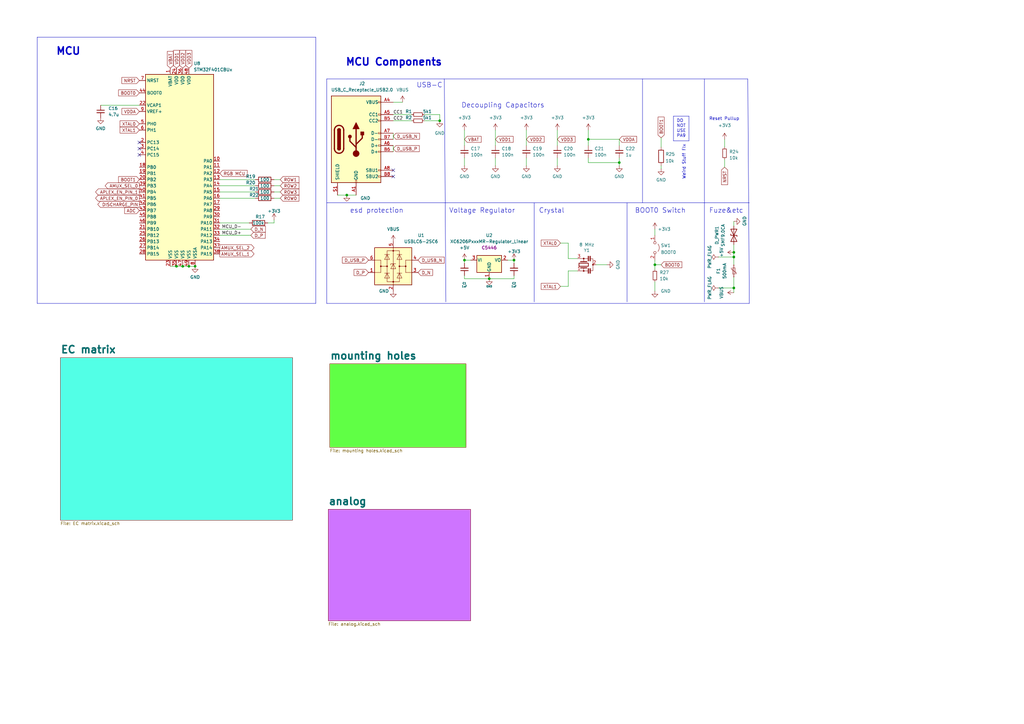
<source format=kicad_sch>
(kicad_sch (version 20231120) (generator "eeschema") (generator_version "8.0")
  (paper "A3")
  (lib_symbols
    (symbol "Connector:USB_C_Receptacle_USB2.0" (pin_names (offset 1.016))
      (property "Reference" "J" (at -10.16 19.05 0))
      (property "Value" "USB_C_Receptacle_USB2.0" (at 19.05 19.05 0))
      (symbol "USB_C_Receptacle_USB2.0_0_0"
        (rectangle (start -0.254 -17.78) (end 0.254 -16.764))
        (rectangle (start 10.16 -14.986) (end 9.144 -15.494))
        (rectangle (start 10.16 -12.446) (end 9.144 -12.954))
        (rectangle (start 10.16 -4.826) (end 9.144 -5.334))
        (rectangle (start 10.16 -2.286) (end 9.144 -2.794))
        (rectangle (start 10.16 0.254) (end 9.144 -0.254))
        (rectangle (start 10.16 2.794) (end 9.144 2.286))
        (rectangle (start 10.16 7.874) (end 9.144 7.366))
        (rectangle (start 10.16 10.414) (end 9.144 9.906))
        (rectangle (start 10.16 15.494) (end 9.144 14.986))
      )
      (symbol "USB_C_Receptacle_USB2.0_0_1"
        (rectangle (start -10.16 17.78) (end 10.16 -17.78) (stroke (width 0.254)) (fill (type background)))
        (arc (start -8.89 -3.81) (mid -6.985 -5.7067) (end -5.08 -3.81) (stroke (width 0.508)))
        (arc (start -7.62 -3.81) (mid -6.985 -4.4423) (end -6.35 -3.81) (stroke (width 0.254)))
        (arc (start -7.62 -3.81) (mid -6.985 -4.4423) (end -6.35 -3.81) (stroke (width 0.254)) (fill (type outline)))
        (rectangle (start -7.62 -3.81) (end -6.35 3.81) (stroke (width 0.254)) (fill (type outline)))
        (arc (start -6.35 3.81) (mid -6.985 4.4423) (end -7.62 3.81) (stroke (width 0.254)))
        (arc (start -6.35 3.81) (mid -6.985 4.4423) (end -7.62 3.81) (stroke (width 0.254)) (fill (type outline)))
        (arc (start -5.08 3.81) (mid -6.985 5.7067) (end -8.89 3.81) (stroke (width 0.508)))
        (circle (center -2.54 1.143) (radius 0.635) (stroke (width 0.254)) (fill (type outline)))
        (circle (center 0 -5.842) (radius 1.27) (fill (type outline)))
        (polyline (pts (xy -8.89 -3.81) (xy -8.89 3.81)) (stroke (width 0.508)))
        (polyline (pts (xy -5.08 3.81) (xy -5.08 -3.81)) (stroke (width 0.508)))
        (polyline (pts (xy 0 -5.842) (xy 0 4.318)) (stroke (width 0.508)))
        (polyline (pts (xy 0 -3.302) (xy -2.54 -0.762) (xy -2.54 0.508)) (stroke (width 0.508)))
        (polyline (pts (xy 0 -2.032) (xy 2.54 0.508) (xy 2.54 1.778)) (stroke (width 0.508)))
        (polyline (pts (xy -1.27 4.318) (xy 0 6.858) (xy 1.27 4.318) (xy -1.27 4.318)) (stroke (width 0.254)) (fill (type outline)))
        (rectangle (start 1.905 1.778) (end 3.175 3.048) (stroke (width 0.254)) (fill (type outline)))
      )
      (symbol "USB_C_Receptacle_USB2.0_1_1"
        (pin passive line (at 0 -22.86 90) (length 5.08) (name "GND") (number "A1"))
        (pin passive line (at 0 -22.86 90) (length 5.08) hide (name "GND") (number "A12"))
        (pin passive line (at 15.24 15.24 180) (length 5.08) (name "VBUS") (number "A4"))
        (pin bidirectional line (at 15.24 10.16 180) (length 5.08) (name "CC1") (number "A5"))
        (pin bidirectional line (at 15.24 -2.54 180) (length 5.08) (name "D+") (number "A6"))
        (pin bidirectional line (at 15.24 2.54 180) (length 5.08) (name "D-") (number "A7"))
        (pin bidirectional line (at 15.24 -12.7 180) (length 5.08) (name "SBU1") (number "A8"))
        (pin passive line (at 15.24 15.24 180) (length 5.08) hide (name "VBUS") (number "A9"))
        (pin passive line (at 0 -22.86 90) (length 5.08) hide (name "GND") (number "B1"))
        (pin passive line (at 0 -22.86 90) (length 5.08) hide (name "GND") (number "B12"))
        (pin passive line (at 15.24 15.24 180) (length 5.08) hide (name "VBUS") (number "B4"))
        (pin bidirectional line (at 15.24 7.62 180) (length 5.08) (name "CC2") (number "B5"))
        (pin bidirectional line (at 15.24 -5.08 180) (length 5.08) (name "D+") (number "B6"))
        (pin bidirectional line (at 15.24 0 180) (length 5.08) (name "D-") (number "B7"))
        (pin bidirectional line (at 15.24 -15.24 180) (length 5.08) (name "SBU2") (number "B8"))
        (pin passive line (at 15.24 15.24 180) (length 5.08) hide (name "VBUS") (number "B9"))
        (pin passive line (at -7.62 -22.86 90) (length 5.08) (name "SHIELD") (number "S1"))
      )
    )
    (symbol "Device:C_Small" (pin_numbers hide) (pin_names (offset 0.254) hide)
      (property "Reference" "C" (at 0.254 1.778 0))
      (property "Value" "C_Small" (at 0.254 -2.032 0))
      (symbol "C_Small_0_1"
        (polyline (pts (xy -1.524 -0.508) (xy 1.524 -0.508)) (stroke (width 0.3302)))
        (polyline (pts (xy -1.524 0.508) (xy 1.524 0.508)) (stroke (width 0.3048)))
      )
      (symbol "C_Small_1_1"
        (pin passive line (at 0 2.54 270) (length 2.032) (name "~") (number "1"))
        (pin passive line (at 0 -2.54 90) (length 2.032) (name "~") (number "2"))
      )
    )
    (symbol "Device:D_TVS" (pin_numbers hide) (pin_names (offset 1.016) hide)
      (property "Reference" "D" (at 0 2.54 0))
      (property "Value" "D_TVS" (at 0 -2.54 0))
      (symbol "D_TVS_0_1"
        (polyline (pts (xy 1.27 0) (xy -1.27 0)))
        (polyline (pts (xy 0.508 1.27) (xy 0 1.27) (xy 0 -1.27) (xy -0.508 -1.27)) (stroke (width 0.254)))
        (polyline (pts (xy -2.54 1.27) (xy -2.54 -1.27) (xy 2.54 1.27) (xy 2.54 -1.27) (xy -2.54 1.27)) (stroke (width 0.254)))
      )
      (symbol "D_TVS_1_1"
        (pin passive line (at -3.81 0 0) (length 2.54) (name "A1") (number "1"))
        (pin passive line (at 3.81 0 180) (length 2.54) (name "A2") (number "2"))
      )
    )
    (symbol "Device:Polyfuse_Small" (pin_numbers hide) (pin_names (offset 0))
      (property "Reference" "F" (at -1.905 0 90))
      (property "Value" "Polyfuse_Small" (at 1.905 0 90))
      (symbol "Polyfuse_Small_0_1"
        (rectangle (start -0.508 1.27) (end 0.508 -1.27))
        (polyline (pts (xy 0 2.54) (xy 0 -2.54)))
        (polyline (pts (xy -1.016 1.27) (xy -1.016 0.762) (xy 1.016 -0.762) (xy 1.016 -1.27)))
      )
      (symbol "Polyfuse_Small_1_1"
        (pin passive line (at 0 2.54 270) (length 0.635) (name "~") (number "1"))
        (pin passive line (at 0 -2.54 90) (length 0.635) (name "~") (number "2"))
      )
    )
    (symbol "Device:R" (pin_numbers hide) (pin_names (offset 0))
      (property "Reference" "R" (at 2.032 0 90))
      (property "Value" "R" (at 0 0 90))
      (symbol "R_0_1"
        (rectangle (start -1.016 -2.54) (end 1.016 2.54) (stroke (width 0.254)))
      )
      (symbol "R_1_1"
        (pin passive line (at 0 3.81 270) (length 1.27) (name "~") (number "1"))
        (pin passive line (at 0 -3.81 90) (length 1.27) (name "~") (number "2"))
      )
    )
    (symbol "Device:R_Small" (pin_numbers hide) (pin_names (offset 0.254) hide)
      (property "Reference" "R" (at 0.762 0.508 0))
      (property "Value" "R_Small" (at 0.762 -1.016 0))
      (symbol "R_Small_0_1"
        (rectangle (start -0.762 1.778) (end 0.762 -1.778) (stroke (width 0.2032)))
      )
      (symbol "R_Small_1_1"
        (pin passive line (at 0 2.54 270) (length 0.762) (name "~") (number "1"))
        (pin passive line (at 0 -2.54 90) (length 0.762) (name "~") (number "2"))
      )
    )
    (symbol "Device:Resonator_Small" (pin_names (offset 1.016) hide)
      (property "Reference" "Y" (at 3.175 1.905 0))
      (property "Value" "Resonator_Small" (at 3.175 0 0))
      (symbol "Resonator_Small_0_1"
        (rectangle (start -3.556 -2.54) (end -1.524 -2.794) (fill (type outline)))
        (rectangle (start -3.556 -1.778) (end -1.524 -2.032) (fill (type outline)))
        (circle (center -2.54 0) (radius 0.254) (fill (type outline)))
        (rectangle (start -0.635 1.905) (end 0.635 -1.905) (stroke (width 0.3048)))
        (circle (center 0 -3.81) (radius 0.254) (fill (type outline)))
        (polyline (pts (xy -2.54 -1.778) (xy -2.54 0)))
        (polyline (pts (xy -2.54 0) (xy -1.397 0)))
        (polyline (pts (xy -2.54 1.27) (xy -2.54 0)))
        (polyline (pts (xy -1.27 -1.27) (xy -1.27 1.27)) (stroke (width 0.381)))
        (polyline (pts (xy 1.27 -1.27) (xy 1.27 1.27)) (stroke (width 0.381)))
        (polyline (pts (xy 1.27 0) (xy 2.54 0)))
        (polyline (pts (xy 2.54 0) (xy 2.54 -1.778)))
        (polyline (pts (xy 2.54 1.27) (xy 2.54 0)))
        (polyline (pts (xy 2.413 -2.794) (xy 2.413 -3.81) (xy -2.413 -3.81) (xy -2.413 -2.667)))
        (rectangle (start 1.524 -2.54) (end 3.556 -2.794) (fill (type outline)))
        (rectangle (start 1.524 -1.778) (end 3.556 -2.032) (fill (type outline)))
        (circle (center 2.54 0) (radius 0.254) (fill (type outline)))
      )
      (symbol "Resonator_Small_1_1"
        (pin passive line (at -2.54 2.54 270) (length 1.27) (name "1") (number "1"))
        (pin passive line (at 0 -5.08 90) (length 1.27) (name "2") (number "2"))
        (pin passive line (at 2.54 2.54 270) (length 1.27) (name "3") (number "3"))
      )
    )
    (symbol "GND_4" (power) (pin_names (offset 0))
      (property "Value" "GND_4" (at 0 -3.81 0))
      (symbol "GND_4_0_1"
        (polyline (pts (xy 0 0) (xy 0 -1.27) (xy 1.27 -1.27) (xy 0 -2.54) (xy -1.27 -1.27) (xy 0 -1.27)))
      )
      (symbol "GND_4_1_1"
        (pin power_in line (at 0 0 270) (length 0) hide (name "GND") (number "1"))
      )
    )
    (symbol "Jumper:Jumper_2_Open" (pin_names (offset 0) hide)
      (property "Reference" "JP" (at 0 2.794 0))
      (property "Value" "Jumper_2_Open" (at 0 -2.286 0))
      (symbol "Jumper_2_Open_0_0"
        (circle (center -2.032 0) (radius 0.508))
        (circle (center 2.032 0) (radius 0.508))
      )
      (symbol "Jumper_2_Open_0_1"
        (arc (start 1.524 1.27) (mid 0 1.778) (end -1.524 1.27))
      )
      (symbol "Jumper_2_Open_1_1"
        (pin passive line (at -5.08 0 0) (length 2.54) (name "A") (number "1"))
        (pin passive line (at 5.08 0 180) (length 2.54) (name "B") (number "2"))
      )
    )
    (symbol "MCU_ST_STM32F4:STM32F401CBUx"
      (property "Reference" "U" (at -15.24 39.37 0))
      (property "Value" "STM32F401CBUx" (at 5.08 39.37 0))
      (symbol "STM32F401CBUx_0_1"
        (rectangle (start -15.24 -38.1) (end 12.7 38.1) (stroke (width 0.254)) (fill (type background)))
      )
      (symbol "STM32F401CBUx_1_1"
        (pin power_in line (at -5.08 40.64 270) (length 2.54) (name "VBAT") (number "1"))
        (pin bidirectional line (at 15.24 2.54 180) (length 2.54) (name "PA0") (number "10"))
        (pin bidirectional line (at 15.24 0 180) (length 2.54) (name "PA1") (number "11"))
        (pin bidirectional line (at 15.24 -2.54 180) (length 2.54) (name "PA2") (number "12"))
        (pin bidirectional line (at 15.24 -5.08 180) (length 2.54) (name "PA3") (number "13"))
        (pin bidirectional line (at 15.24 -7.62 180) (length 2.54) (name "PA4") (number "14"))
        (pin bidirectional line (at 15.24 -10.16 180) (length 2.54) (name "PA5") (number "15"))
        (pin bidirectional line (at 15.24 -12.7 180) (length 2.54) (name "PA6") (number "16"))
        (pin bidirectional line (at 15.24 -15.24 180) (length 2.54) (name "PA7") (number "17"))
        (pin bidirectional line (at -17.78 0 0) (length 2.54) (name "PB0") (number "18"))
        (pin bidirectional line (at -17.78 -2.54 0) (length 2.54) (name "PB1") (number "19"))
        (pin bidirectional line (at -17.78 10.16 0) (length 2.54) (name "PC13") (number "2"))
        (pin bidirectional line (at -17.78 -5.08 0) (length 2.54) (name "PB2") (number "20"))
        (pin bidirectional line (at -17.78 -25.4 0) (length 2.54) (name "PB10") (number "21"))
        (pin power_in line (at -17.78 25.4 0) (length 2.54) (name "VCAP1") (number "22"))
        (pin power_in line (at -5.08 -40.64 90) (length 2.54) (name "VSS") (number "23"))
        (pin power_in line (at -2.54 40.64 270) (length 2.54) (name "VDD") (number "24"))
        (pin bidirectional line (at -17.78 -27.94 0) (length 2.54) (name "PB12") (number "25"))
        (pin bidirectional line (at -17.78 -30.48 0) (length 2.54) (name "PB13") (number "26"))
        (pin bidirectional line (at -17.78 -33.02 0) (length 2.54) (name "PB14") (number "27"))
        (pin bidirectional line (at -17.78 -35.56 0) (length 2.54) (name "PB15") (number "28"))
        (pin bidirectional line (at 15.24 -17.78 180) (length 2.54) (name "PA8") (number "29"))
        (pin bidirectional line (at -17.78 7.62 0) (length 2.54) (name "PC14") (number "3"))
        (pin bidirectional line (at 15.24 -20.32 180) (length 2.54) (name "PA9") (number "30"))
        (pin bidirectional line (at 15.24 -22.86 180) (length 2.54) (name "PA10") (number "31"))
        (pin bidirectional line (at 15.24 -25.4 180) (length 2.54) (name "PA11") (number "32"))
        (pin bidirectional line (at 15.24 -27.94 180) (length 2.54) (name "PA12") (number "33"))
        (pin bidirectional line (at 15.24 -30.48 180) (length 2.54) (name "PA13") (number "34"))
        (pin power_in line (at -2.54 -40.64 90) (length 2.54) (name "VSS") (number "35"))
        (pin power_in line (at 0 40.64 270) (length 2.54) (name "VDD") (number "36"))
        (pin bidirectional line (at 15.24 -33.02 180) (length 2.54) (name "PA14") (number "37"))
        (pin bidirectional line (at 15.24 -35.56 180) (length 2.54) (name "PA15") (number "38"))
        (pin bidirectional line (at -17.78 -7.62 0) (length 2.54) (name "PB3") (number "39"))
        (pin bidirectional line (at -17.78 5.08 0) (length 2.54) (name "PC15") (number "4"))
        (pin bidirectional line (at -17.78 -10.16 0) (length 2.54) (name "PB4") (number "40"))
        (pin bidirectional line (at -17.78 -12.7 0) (length 2.54) (name "PB5") (number "41"))
        (pin bidirectional line (at -17.78 -15.24 0) (length 2.54) (name "PB6") (number "42"))
        (pin bidirectional line (at -17.78 -17.78 0) (length 2.54) (name "PB7") (number "43"))
        (pin input line (at -17.78 30.48 0) (length 2.54) (name "BOOT0") (number "44"))
        (pin bidirectional line (at -17.78 -20.32 0) (length 2.54) (name "PB8") (number "45"))
        (pin bidirectional line (at -17.78 -22.86 0) (length 2.54) (name "PB9") (number "46"))
        (pin power_in line (at 0 -40.64 90) (length 2.54) (name "VSS") (number "47"))
        (pin power_in line (at 2.54 40.64 270) (length 2.54) (name "VDD") (number "48"))
        (pin power_in line (at 2.54 -40.64 90) (length 2.54) (name "VSS") (number "49"))
        (pin input line (at -17.78 17.78 0) (length 2.54) (name "PH0") (number "5"))
        (pin input line (at -17.78 15.24 0) (length 2.54) (name "PH1") (number "6"))
        (pin input line (at -17.78 35.56 0) (length 2.54) (name "NRST") (number "7"))
        (pin power_in line (at 5.08 -40.64 90) (length 2.54) (name "VSSA") (number "8"))
        (pin power_in line (at -17.78 22.86 0) (length 2.54) (name "VREF+") (number "9"))
      )
    )
    (symbol "Power_Protection:USBLC6-2SC6" (pin_names hide)
      (property "Reference" "U" (at 2.54 8.89 0))
      (property "Value" "USBLC6-2SC6" (at 2.54 -8.89 0))
      (symbol "USBLC6-2SC6_0_1"
        (rectangle (start -7.62 -7.62) (end 7.62 7.62) (stroke (width 0.254)) (fill (type background)))
        (circle (center -5.08 0) (radius 0.254) (fill (type outline)))
        (circle (center -2.54 0) (radius 0.254) (fill (type outline)))
        (rectangle (start -2.54 6.35) (end 2.54 -6.35))
        (circle (center 0 -6.35) (radius 0.254) (fill (type outline)))
        (polyline (pts (xy -5.08 -2.54) (xy -7.62 -2.54)))
        (polyline (pts (xy -5.08 0) (xy -5.08 -2.54)))
        (polyline (pts (xy -5.08 2.54) (xy -7.62 2.54)))
        (polyline (pts (xy -1.524 -2.794) (xy -3.556 -2.794)))
        (polyline (pts (xy -1.524 4.826) (xy -3.556 4.826)))
        (polyline (pts (xy 0 -7.62) (xy 0 -6.35)))
        (polyline (pts (xy 0 -6.35) (xy 0 1.27)))
        (polyline (pts (xy 0 1.27) (xy 0 6.35)))
        (polyline (pts (xy 0 6.35) (xy 0 7.62)))
        (polyline (pts (xy 1.524 -2.794) (xy 3.556 -2.794)))
        (polyline (pts (xy 1.524 4.826) (xy 3.556 4.826)))
        (polyline (pts (xy 5.08 -2.54) (xy 7.62 -2.54)))
        (polyline (pts (xy 5.08 0) (xy 5.08 -2.54)))
        (polyline (pts (xy 5.08 2.54) (xy 7.62 2.54)))
        (polyline (pts (xy -2.54 0) (xy -5.08 0) (xy -5.08 2.54)))
        (polyline (pts (xy 2.54 0) (xy 5.08 0) (xy 5.08 2.54)))
        (polyline (pts (xy -3.556 -4.826) (xy -1.524 -4.826) (xy -2.54 -2.794) (xy -3.556 -4.826)))
        (polyline (pts (xy -3.556 2.794) (xy -1.524 2.794) (xy -2.54 4.826) (xy -3.556 2.794)))
        (polyline (pts (xy -1.016 -1.016) (xy 1.016 -1.016) (xy 0 1.016) (xy -1.016 -1.016)))
        (polyline (pts (xy 1.016 1.016) (xy 0.762 1.016) (xy -1.016 1.016) (xy -1.016 0.508)))
        (polyline (pts (xy 3.556 -4.826) (xy 1.524 -4.826) (xy 2.54 -2.794) (xy 3.556 -4.826)))
        (polyline (pts (xy 3.556 2.794) (xy 1.524 2.794) (xy 2.54 4.826) (xy 3.556 2.794)))
        (circle (center 0 6.35) (radius 0.254) (fill (type outline)))
        (circle (center 2.54 0) (radius 0.254) (fill (type outline)))
        (circle (center 5.08 0) (radius 0.254) (fill (type outline)))
      )
      (symbol "USBLC6-2SC6_1_1"
        (pin passive line (at -10.16 -2.54 0) (length 2.54) (name "I/O1") (number "1"))
        (pin passive line (at 0 -10.16 90) (length 2.54) (name "GND") (number "2"))
        (pin passive line (at 10.16 -2.54 180) (length 2.54) (name "I/O2") (number "3"))
        (pin passive line (at 10.16 2.54 180) (length 2.54) (name "I/O2") (number "4"))
        (pin passive line (at 0 10.16 270) (length 2.54) (name "VBUS") (number "5"))
        (pin passive line (at -10.16 2.54 0) (length 2.54) (name "I/O1") (number "6"))
      )
    )
    (symbol "kicad-keyboard-parts:XC6206PxxxMR-Regulator_Linear" (pin_names (offset 0.254))
      (property "Reference" "U" (at -3.81 3.175 0))
      (property "Value" "XC6206PxxxMR-Regulator_Linear" (at 0 3.175 0))
      (property "LCSC" "C5446" (at 0 0 0))
      (symbol "XC6206PxxxMR-Regulator_Linear_0_1"
        (rectangle (start -5.08 1.905) (end 5.08 -5.08) (stroke (width 0.254)) (fill (type background)))
      )
      (symbol "XC6206PxxxMR-Regulator_Linear_1_1"
        (pin power_in line (at 0 -7.62 90) (length 2.54) (name "GND") (number "1"))
        (pin power_out line (at 7.62 0 180) (length 2.54) (name "VO") (number "2"))
        (pin power_in line (at -7.62 0 0) (length 2.54) (name "VI") (number "3"))
      )
    )
    (symbol "power:+3.3V" (power) (pin_names (offset 0))
      (property "Value" "+3.3V" (at 0 3.556 0))
      (symbol "+3.3V_0_1"
        (polyline (pts (xy -0.762 1.27) (xy 0 2.54)))
        (polyline (pts (xy 0 0) (xy 0 2.54)))
        (polyline (pts (xy 0 2.54) (xy 0.762 1.27)))
      )
      (symbol "+3.3V_1_1"
        (pin power_in line (at 0 0 90) (length 0) hide (name "+3V3") (number "1"))
      )
    )
    (symbol "power:+3V3" (power) (pin_names (offset 0))
      (property "Value" "+3V3" (at 0 3.556 0))
      (symbol "+3V3_0_1"
        (polyline (pts (xy -0.762 1.27) (xy 0 2.54)))
        (polyline (pts (xy 0 0) (xy 0 2.54)))
        (polyline (pts (xy 0 2.54) (xy 0.762 1.27)))
      )
      (symbol "+3V3_1_1"
        (pin power_in line (at 0 0 90) (length 0) hide (name "+3V3") (number "1"))
      )
    )
    (symbol "power:+5V" (power) (pin_names (offset 0))
      (property "Value" "+5V" (at 0 3.556 0))
      (symbol "+5V_0_1"
        (polyline (pts (xy -0.762 1.27) (xy 0 2.54)))
        (polyline (pts (xy 0 0) (xy 0 2.54)))
        (polyline (pts (xy 0 2.54) (xy 0.762 1.27)))
      )
      (symbol "+5V_1_1"
        (pin power_in line (at 0 0 90) (length 0) hide (name "+5V") (number "1"))
      )
    )
    (symbol "power:GND" (power) (pin_names (offset 0))
      (property "Value" "GND" (at 0 -3.81 0))
      (symbol "GND_0_1"
        (polyline (pts (xy 0 0) (xy 0 -1.27) (xy 1.27 -1.27) (xy 0 -2.54) (xy -1.27 -1.27) (xy 0 -1.27)))
      )
      (symbol "GND_1_1"
        (pin power_in line (at 0 0 270) (length 0) hide (name "GND") (number "1"))
      )
    )
    (symbol "power:PWR_FLAG" (power) (pin_numbers hide) (pin_names (offset 0) hide)
      (property "Value" "PWR_FLAG" (at 0 3.81 0))
      (symbol "PWR_FLAG_0_0"
        (pin power_out line (at 0 0 90) (length 0) (name "pwr") (number "1"))
      )
      (symbol "PWR_FLAG_0_1"
        (polyline (pts (xy 0 0) (xy 0 1.27) (xy -1.016 1.905) (xy 0 2.54) (xy 1.016 1.905) (xy 0 1.27)))
      )
    )
    (symbol "power:VBUS" (power) (pin_names (offset 0))
      (property "Value" "VBUS" (at 0 3.81 0))
      (symbol "VBUS_0_1"
        (polyline (pts (xy -0.762 1.27) (xy 0 2.54)))
        (polyline (pts (xy 0 0) (xy 0 2.54)))
        (polyline (pts (xy 0 2.54) (xy 0.762 1.27)))
      )
      (symbol "VBUS_1_1"
        (pin power_in line (at 0 0 90) (length 0) hide (name "VBUS") (number "1"))
      )
    )
  )
  (junction (at 80.01 109.22))
  (junction (at 254 66.675))
  (junction (at 72.39 109.22))
  (junction (at 300.99 103.505))
  (junction (at 268.605 108.585))
  (junction (at 241.3 57.15))
  (junction (at 142.24 80.01))
  (junction (at 200.66 114.3) (diameter 0.9144))
  (junction (at 210.82 106.68) (diameter 0.9144))
  (junction (at 190.5 106.68) (diameter 0.9144))
  (junction (at 300.99 118.11))
  (junction (at 77.47 109.22))
  (junction (at 74.93 109.22))
  (junction (at 180.34 49.53))
  (junction (at 300.99 105.41))
  (no_connect (at 57.15 58.42))
  (no_connect (at 161.29 72.39))
  (no_connect (at 161.29 69.85))
  (no_connect (at 57.15 60.96))
  (no_connect (at 57.15 63.5))
  (wire (pts (xy 300.99 103.505) (xy 300.99 100.33)))
  (wire (pts (xy 244.475 108.585) (xy 248.92 108.585)))
  (wire (pts (xy 241.3 53.34) (xy 241.3 57.15)))
  (wire (pts (xy 300.99 108.585) (xy 300.99 105.41)))
  (wire (pts (xy 254 57.15) (xy 254 59.69)))
  (wire (pts (xy 203.2 64.77) (xy 203.2 67.945)))
  (wire (pts (xy 236.855 106.045) (xy 233.045 106.045)))
  (polyline (pts (xy 219.075 83.185) (xy 219.075 123.825)))
  (wire (pts (xy 300.99 105.41) (xy 300.99 103.505)))
  (polyline (pts (xy 133.985 32.385) (xy 306.705 32.385)))
  (wire (pts (xy 114.935 81.28) (xy 112.395 81.28)))
  (wire (pts (xy 69.85 109.22) (xy 72.39 109.22)))
  (wire (pts (xy 241.3 57.15) (xy 254 57.15)))
  (polyline (pts (xy 257.175 83.185) (xy 257.175 123.825)))
  (polyline (pts (xy 282.575 57.785) (xy 282.575 47.625)))
  (wire (pts (xy 268.605 93.98) (xy 268.605 96.52)))
  (wire (pts (xy 114.935 76.2) (xy 112.395 76.2)))
  (polyline (pts (xy 288.925 83.185) (xy 288.925 123.825)))
  (polyline (pts (xy 276.225 57.785) (xy 282.575 57.785)))
  (wire (pts (xy 210.82 113.03) (xy 210.82 114.3)))
  (polyline (pts (xy 307.34 124.46) (xy 133.985 124.46)))
  (wire (pts (xy 104.775 76.2) (xy 90.17 76.2)))
  (wire (pts (xy 190.5 113.03) (xy 190.5 114.3)))
  (wire (pts (xy 77.47 109.22) (xy 80.01 109.22)))
  (wire (pts (xy 297.18 57.15) (xy 297.18 60.325)))
  (wire (pts (xy 203.2 53.34) (xy 203.2 59.69)))
  (polyline (pts (xy 288.925 32.385) (xy 288.925 83.185)))
  (wire (pts (xy 41.275 43.18) (xy 57.15 43.18)))
  (wire (pts (xy 268.605 115.57) (xy 268.605 119.38)))
  (wire (pts (xy 271.145 56.515) (xy 271.145 60.325)))
  (wire (pts (xy 161.29 41.91) (xy 165.1 41.91)))
  (wire (pts (xy 229.87 117.475) (xy 233.045 117.475)))
  (wire (pts (xy 229.87 99.695) (xy 233.045 99.695)))
  (wire (pts (xy 254 64.77) (xy 254 66.675)))
  (polyline (pts (xy 306.705 32.385) (xy 307.34 124.46)))
  (wire (pts (xy 138.43 80.01) (xy 142.24 80.01)))
  (wire (pts (xy 104.775 73.66) (xy 90.17 73.66)))
  (polyline (pts (xy 276.225 47.625) (xy 276.225 57.785)))
  (wire (pts (xy 190.5 53.34) (xy 190.5 59.69)))
  (wire (pts (xy 241.3 66.675) (xy 254 66.675)))
  (wire (pts (xy 190.5 64.77) (xy 190.5 67.945)))
  (wire (pts (xy 190.5 106.68) (xy 190.5 107.95)))
  (wire (pts (xy 200.66 114.3) (xy 210.82 114.3)))
  (wire (pts (xy 254 66.675) (xy 254 67.945)))
  (wire (pts (xy 300.99 118.11) (xy 300.99 113.665)))
  (wire (pts (xy 294.64 118.11) (xy 300.99 118.11)))
  (wire (pts (xy 104.775 81.28) (xy 90.17 81.28)))
  (wire (pts (xy 90.17 78.74) (xy 104.775 78.74)))
  (polyline (pts (xy 133.985 83.185) (xy 307.34 83.185)))
  (wire (pts (xy 161.29 54.61) (xy 161.29 57.15)))
  (wire (pts (xy 161.29 49.53) (xy 168.91 49.53)))
  (wire (pts (xy 109.855 91.44) (xy 112.395 91.44)))
  (wire (pts (xy 300.99 92.71) (xy 300.99 90.805)))
  (polyline (pts (xy 276.225 47.625) (xy 282.575 47.625)))
  (wire (pts (xy 114.935 78.74) (xy 112.395 78.74)))
  (wire (pts (xy 271.145 67.945) (xy 271.145 69.215)))
  (wire (pts (xy 294.64 105.41) (xy 300.99 105.41)))
  (polyline (pts (xy 133.985 32.385) (xy 133.985 124.46)))
  (wire (pts (xy 228.6 53.34) (xy 228.6 59.69)))
  (wire (pts (xy 90.17 96.52) (xy 102.87 96.52)))
  (wire (pts (xy 173.99 46.99) (xy 180.34 46.99)))
  (wire (pts (xy 241.3 64.77) (xy 241.3 66.675)))
  (wire (pts (xy 215.9 64.77) (xy 215.9 67.945)))
  (wire (pts (xy 268.605 106.68) (xy 268.605 108.585)))
  (wire (pts (xy 233.045 106.045) (xy 233.045 99.695)))
  (wire (pts (xy 233.045 117.475) (xy 233.045 111.125)))
  (wire (pts (xy 215.9 53.34) (xy 215.9 59.69)))
  (wire (pts (xy 190.5 106.68) (xy 193.04 106.68)))
  (wire (pts (xy 180.34 46.99) (xy 180.34 49.53)))
  (wire (pts (xy 161.29 59.69) (xy 161.29 62.23)))
  (wire (pts (xy 297.18 65.405) (xy 297.18 68.58)))
  (wire (pts (xy 74.93 109.22) (xy 77.47 109.22)))
  (wire (pts (xy 112.395 91.44) (xy 112.395 90.17)))
  (polyline (pts (xy 182.245 32.385) (xy 182.88 123.825)))
  (wire (pts (xy 233.045 111.125) (xy 236.855 111.125)))
  (wire (pts (xy 241.3 57.15) (xy 241.3 59.69)))
  (wire (pts (xy 102.235 91.44) (xy 90.17 91.44)))
  (wire (pts (xy 114.935 73.66) (xy 112.395 73.66)))
  (wire (pts (xy 200.66 114.3) (xy 190.5 114.3)))
  (wire (pts (xy 300.99 120.015) (xy 300.99 118.11)))
  (wire (pts (xy 268.605 108.585) (xy 268.605 110.49)))
  (wire (pts (xy 161.29 46.99) (xy 168.91 46.99)))
  (wire (pts (xy 72.39 109.22) (xy 74.93 109.22)))
  (wire (pts (xy 228.6 64.77) (xy 228.6 67.945)))
  (wire (pts (xy 173.99 49.53) (xy 180.34 49.53)))
  (polyline (pts (xy 263.525 32.385) (xy 263.525 83.185)))
  (wire (pts (xy 142.24 80.01) (xy 146.05 80.01)))
  (wire (pts (xy 268.605 108.585) (xy 271.145 108.585)))
  (wire (pts (xy 90.17 93.98) (xy 102.87 93.98)))
  (wire (pts (xy 210.82 106.68) (xy 210.82 107.95)))
  (wire (pts (xy 208.28 106.68) (xy 210.82 106.68)))
  (rectangle (start 15.24 15.24) (end 129.54 124.46))
  (text "BOOT0 Switch" (at 260.35 87.63 0) (effects (font (size 2 2)) (justify left bottom)))
  (text "esd protection\n" (at 143.51 87.63 0) (effects (font (size 2 2)) (justify left bottom)))
  (text "Weird Stuff FIx" (at 281.305 73.66 90) (effects (font (size 1.27 1.27)) (justify left bottom)))
  (text "Voltage Regulator" (at 184.15 87.63 0) (effects (font (size 2 2)) (justify left bottom)))
  (text "Fuze&etc\n" (at 290.83 87.63 0) (effects (font (size 2 2)) (justify left bottom)))
  (text "MCU" (at 22.86 22.86 0) (effects (font (size 3 3) (thickness 0.6) (bold yes)) (justify left bottom)))
  (text "DO\nNOT\nUSE\nPA9\n" (at 277.495 56.515 0) (effects (font (size 1.27 1.27)) (justify left bottom)))
  (text "MCU Components" (at 141.605 27.305 0) (effects (font (size 3 3) (thickness 0.6) (bold yes)) (justify left bottom)))
  (text "Crystal" (at 220.98 87.63 0) (effects (font (size 2 2)) (justify left bottom)))
  (text "Reset Pullup" (at 290.83 49.53 0) (effects (font (size 1.27 1.27)) (justify left bottom)))
  (text "USB-C" (at 170.815 36.195 0) (effects (font (size 2 2)) (justify left bottom)))
  (text "Decoupling Capacitors" (at 189.23 44.45 0) (effects (font (size 2 2)) (justify left bottom)))
  (label "MCU_D-" (at 99.06 93.98 180))
  (label "CC2" (at 161.29 49.53 0))
  (label "MCU_D+" (at 99.06 96.52 180))
  (label "CC1" (at 161.29 46.99 0))
  (global_label "VDD2" (shape input) (at 215.9 57.15 0) (property "Intersheetrefs" "${INTERSHEET_REFS}" (effects (hide yes))))
  (global_label "ROW0" (shape input) (at 114.935 81.28 0) (property "Intersheetrefs" "${INTERSHEET_REFS}" (effects (hide yes))))
  (global_label "XTAL0" (shape input) (at 57.15 50.8 180) (property "Intersheetrefs" "${INTERSHEET_REFS}" (effects (hide yes))))
  (global_label "ADC" (shape input) (at 57.15 86.36 180) (property "Intersheetrefs" "${INTERSHEET_REFS}" (effects (hide yes))))
  (global_label "D_USB_P" (shape input) (at 161.29 60.96 0) (property "Intersheetrefs" "${INTERSHEET_REFS}" (effects (hide yes))))
  (global_label "ROW3" (shape input) (at 114.935 78.74 0) (property "Intersheetrefs" "${INTERSHEET_REFS}" (effects (hide yes))))
  (global_label "XTAL0" (shape input) (at 229.87 99.695 180) (property "Intersheetrefs" "${INTERSHEET_REFS}" (effects (hide yes))))
  (global_label "XTAL1" (shape input) (at 57.15 53.34 180) (property "Intersheetrefs" "${INTERSHEET_REFS}" (effects (hide yes))))
  (global_label "D_USB_P" (shape input) (at 151.13 106.68 180) (property "Intersheetrefs" "${INTERSHEET_REFS}" (effects (hide yes))))
  (global_label "BOOT1" (shape input) (at 57.15 73.66 180) (property "Intersheetrefs" "${INTERSHEET_REFS}" (effects (hide yes))))
  (global_label "VDD1" (shape input) (at 72.39 27.94 90) (property "Intersheetrefs" "${INTERSHEET_REFS}" (effects (hide yes))))
  (global_label "APLEX_EN_PIN_0" (shape output) (at 57.15 81.28 180) (property "Intersheetrefs" "${INTERSHEET_REFS}" (effects (hide yes))))
  (global_label "ROW2" (shape input) (at 114.935 76.2 0) (property "Intersheetrefs" "${INTERSHEET_REFS}" (effects (hide yes))))
  (global_label "ROW1" (shape input) (at 114.935 73.66 0) (property "Intersheetrefs" "${INTERSHEET_REFS}" (effects (hide yes))))
  (global_label "DISCHARGE_PIN" (shape output) (at 57.15 83.82 180) (property "Intersheetrefs" "${INTERSHEET_REFS}" (effects (hide yes))))
  (global_label "BOOT0" (shape input) (at 271.145 108.585 0) (property "Intersheetrefs" "${INTERSHEET_REFS}" (effects (hide yes))))
  (global_label "NRST" (shape input) (at 297.18 68.58 270) (property "Intersheetrefs" "${INTERSHEET_REFS}" (effects (hide yes))))
  (global_label "AMUX_SEL_1" (shape output) (at 90.17 104.14 0) (property "Intersheetrefs" "${INTERSHEET_REFS}" (effects (hide yes))))
  (global_label "D_N" (shape input) (at 102.87 93.98 0) (property "Intersheetrefs" "${INTERSHEET_REFS}" (effects (hide yes))))
  (global_label "BOOT1" (shape input) (at 271.145 56.515 90) (property "Intersheetrefs" "${INTERSHEET_REFS}" (effects (hide yes))))
  (global_label "D_N" (shape input) (at 171.45 111.76 0) (property "Intersheetrefs" "${INTERSHEET_REFS}" (effects (hide yes))))
  (global_label "VDD3" (shape input) (at 77.47 27.94 90) (property "Intersheetrefs" "${INTERSHEET_REFS}" (effects (hide yes))))
  (global_label "RGB MCU" (shape input) (at 90.17 71.12 0) (property "Intersheetrefs" "${INTERSHEET_REFS}" (effects (hide yes))))
  (global_label "VDD2" (shape input) (at 74.93 27.94 90) (property "Intersheetrefs" "${INTERSHEET_REFS}" (effects (hide yes))))
  (global_label "D_P" (shape input) (at 151.13 111.76 180) (property "Intersheetrefs" "${INTERSHEET_REFS}" (effects (hide yes))))
  (global_label "VDD1" (shape input) (at 203.2 57.15 0) (property "Intersheetrefs" "${INTERSHEET_REFS}" (effects (hide yes))))
  (global_label "VBAT" (shape input) (at 190.5 57.15 0) (property "Intersheetrefs" "${INTERSHEET_REFS}" (effects (hide yes))))
  (global_label "D_USB_N" (shape input) (at 161.29 55.88 0) (property "Intersheetrefs" "${INTERSHEET_REFS}" (effects (hide yes))))
  (global_label "APLEX_EN_PIN_1" (shape output) (at 57.15 78.74 180) (property "Intersheetrefs" "${INTERSHEET_REFS}" (effects (hide yes))))
  (global_label "VDDA" (shape input) (at 254 57.15 0) (property "Intersheetrefs" "${INTERSHEET_REFS}" (effects (hide yes))))
  (global_label "AMUX_SEL_2" (shape output) (at 90.17 101.6 0) (property "Intersheetrefs" "${INTERSHEET_REFS}" (effects (hide yes))))
  (global_label "D_USB_N" (shape input) (at 171.45 106.68 0) (property "Intersheetrefs" "${INTERSHEET_REFS}" (effects (hide yes))))
  (global_label "VBAT" (shape input) (at 69.85 27.94 90) (property "Intersheetrefs" "${INTERSHEET_REFS}" (effects (hide yes))))
  (global_label "BOOT0" (shape input) (at 57.15 38.1 180) (property "Intersheetrefs" "${INTERSHEET_REFS}" (effects (hide yes))))
  (global_label "VDDA" (shape input) (at 57.15 45.72 180) (property "Intersheetrefs" "${INTERSHEET_REFS}" (effects (hide yes))))
  (global_label "XTAL1" (shape input) (at 229.87 117.475 180) (property "Intersheetrefs" "${INTERSHEET_REFS}" (effects (hide yes))))
  (global_label "NRST" (shape input) (at 57.15 33.02 180) (property "Intersheetrefs" "${INTERSHEET_REFS}" (effects (hide yes))))
  (global_label "D_P" (shape input) (at 102.87 96.52 0) (property "Intersheetrefs" "${INTERSHEET_REFS}" (effects (hide yes))))
  (global_label "VDD3" (shape input) (at 228.6 57.15 0) (property "Intersheetrefs" "${INTERSHEET_REFS}" (effects (hide yes))))
  (global_label "AMUX_SEL_0" (shape output) (at 57.15 76.2 180) (property "Intersheetrefs" "${INTERSHEET_REFS}" (effects (hide yes))))
  (symbol (lib_id "power:GND") (at 248.92 108.585 90) (unit 1)
    (property "Reference" "#PWR068" (effects (hide yes)))
    (property "Value" "GND" (at 253.4825 108.585 0))
  )
  (symbol (lib_id "Device:R") (at 271.145 64.135 180) (unit 1)
    (property "Reference" "R25" (at 272.923 63.2265 0) (effects (justify right)))
    (property "Value" "10k" (at 272.923 66.0016 0) (effects (justify right)))
    (property "Footprint" "Resistor_SMD:R_0402_1005Metric" (effects (hide yes)))
    (property "LCSC" "C25744" (effects (hide yes)))
  )
  (symbol (lib_id "Device:C_Small") (at 210.82 110.49 180) (unit 1)
    (property "Reference" "C2" (at 210.82 116.205 0) (effects (font (size 0.762 0.762))))
    (property "Value" "1uF" (at 210.82 117.475 0) (effects (font (size 0.762 0.762))))
    (property "Footprint" "Capacitor_SMD:C_0603_1608Metric" (effects (hide yes)))
    (property "LCSC" "C52923" (effects (hide yes)))
  )
  (symbol (lib_id "MCU_ST_STM32F4:STM32F401CBUx") (at 74.93 68.58 0) (unit 1)
    (property "Reference" "U8" (at 79.4259 26.035 0) (effects (justify left)))
    (property "Value" "STM32F401CBUx" (at 79.4259 28.575 0) (effects (justify left)))
    (property "Footprint" "Package_DFN_QFN:QFN-48-1EP_7x7mm_P0.5mm_EP5.6x5.6mm" (effects (hide yes)))
    (property "Datasheet" "http://www.st.com/st-web-ui/static/active/en/resource/technical/document/datasheet/DM00086815.pdf" (effects (hide yes)))
    (property "LCSC" "C118825" (effects (hide yes)))
  )
  (symbol (lib_id "power:GND") (at 271.145 69.215 0) (unit 1)
    (property "Reference" "#PWR060" (effects (hide yes)))
    (property "Value" "GND" (at 271.145 73.7775 0))
  )
  (symbol (lib_id "power:+3.3V") (at 112.395 90.17 0) (unit 1)
    (property "Reference" "#PWR043" (effects (hide yes)))
    (property "Value" "+3V3" (at 112.395 86.5655 0))
  )
  (symbol (lib_id "power:+3V3") (at 215.9 53.34 0) (unit 1)
    (property "Reference" "#PWR050" (effects (hide yes)))
    (property "Value" "+3V3" (at 215.9 48.26 0))
  )
  (symbol (lib_id "Device:R_Small") (at 171.45 46.99 90) (unit 1)
    (property "Reference" "R1" (at 167.64 45.72 90))
    (property "Value" "5k1" (at 175.26 45.72 90))
    (property "Footprint" "Resistor_SMD:R_0603_1608Metric" (effects (hide yes)))
    (property "LCSC" "C25905" (effects (hide yes)))
  )
  (symbol (lib_id "power:PWR_FLAG") (at 294.64 118.11 90) (unit 1)
    (property "Reference" "#FLG01" (effects (hide yes)))
    (property "Value" "PWR_FLAG" (at 291.0642 118.11 0))
  )
  (symbol (lib_id "Device:C_Small") (at 190.5 110.49 180) (unit 1)
    (property "Reference" "C1" (at 190.5 116.205 0) (effects (font (size 0.762 0.762))))
    (property "Value" "1uF" (at 190.5 117.475 0) (effects (font (size 0.762 0.762))))
    (property "Footprint" "Capacitor_SMD:C_0603_1608Metric" (effects (hide yes)))
    (property "LCSC" "C52923" (effects (hide yes)))
  )
  (symbol (lib_name "GND_4") (lib_id "power:GND") (at 142.24 80.01 0) (unit 1)
    (property "Reference" "#PWR013" (effects (hide yes)))
    (property "Value" "GND" (at 149.86 81.28 0))
  )
  (symbol (lib_id "power:VBUS") (at 161.29 99.06 0) (unit 1)
    (property "Reference" "#PWR01" (effects (hide yes)))
    (property "Value" "VBUS" (at 161.29 93.98 0))
  )
  (symbol (lib_id "power:VBUS") (at 300.99 120.015 90) (unit 1)
    (property "Reference" "#PWR08" (effects (hide yes)))
    (property "Value" "VBUS" (at 295.91 120.015 0))
  )
  (symbol (lib_id "power:+3.3V") (at 210.82 106.68 0) (unit 1)
    (property "Reference" "#PWR04" (effects (hide yes)))
    (property "Value" "+3V3" (at 210.82 103.1326 0))
  )
  (symbol (lib_id "Device:D_TVS") (at 300.99 96.52 90) (unit 1)
    (property "Reference" "D_PWR1" (at 294.005 96.52 0))
    (property "Value" "SMF9.0CA" (at 296.545 96.52 0))
    (property "Footprint" "Diode_SMD:D_SOD-123" (effects (hide yes)))
  )
  (symbol (lib_id "power:+3V3") (at 268.605 93.98 0) (unit 1)
    (property "Reference" "#PWR063" (effects (hide yes)))
    (property "Value" "+3V3" (at 272.415 93.98 0))
  )
  (symbol (lib_id "Device:R") (at 108.585 81.28 270) (mirror x) (unit 1)
    (property "Reference" "R22" (at 102.235 80.01 90) (effects (justify left)))
    (property "Value" "100" (at 106.68 81.28 90) (effects (justify left)))
    (property "Footprint" "Resistor_SMD:R_0402_1005Metric" (effects (hide yes)))
    (property "LCSC" "C25076" (effects (hide yes)))
  )
  (symbol (lib_id "power:GND") (at 190.5 67.945 0) (unit 1)
    (property "Reference" "#PWR055" (effects (hide yes)))
    (property "Value" "GND" (at 190.5 72.39 0))
  )
  (symbol (lib_id "power:GND") (at 268.605 119.38 0) (unit 1)
    (property "Reference" "#PWR071" (effects (hide yes)))
    (property "Value" "GND" (at 273.05 119.38 0))
  )
  (symbol (lib_id "Jumper:Jumper_2_Open") (at 268.605 101.6 270) (unit 1)
    (property "Reference" "SW1" (at 271.018 100.6915 90) (effects (justify left)))
    (property "Value" "BOOT0" (at 271.018 103.4666 90) (effects (justify left)))
    (property "Footprint" "Connector_PinHeader_2.54mm:PinHeader_1x02_P2.54mm_Vertical" (effects (hide yes)))
  )
  (symbol (lib_id "power:+3V3") (at 297.18 57.15 0) (unit 1)
    (property "Reference" "#PWR053" (effects (hide yes)))
    (property "Value" "+3V3" (at 297.18 51.435 0))
  )
  (symbol (lib_id "power:GND") (at 215.9 67.945 0) (unit 1)
    (property "Reference" "#PWR057" (effects (hide yes)))
    (property "Value" "GND" (at 215.9 72.39 0))
  )
  (symbol (lib_id "Device:C_Small") (at 241.3 62.23 0) (unit 1)
    (property "Reference" "C21" (at 243.84 60.9662 0) (effects (justify left)))
    (property "Value" "100n" (at 243.84 63.5062 0) (effects (justify left)))
    (property "Footprint" "Capacitor_SMD:C_0402_1005Metric" (effects (hide yes)))
  )
  (symbol (lib_id "power:VBUS") (at 165.1 41.91 0) (unit 1)
    (property "Reference" "#PWR015" (effects (hide yes)))
    (property "Value" "VBUS" (at 165.1 36.83 0))
  )
  (symbol (lib_id "power:+5V") (at 190.5 106.68 0) (unit 1)
    (property "Reference" "#PWR03" (effects (hide yes)))
    (property "Value" "+5V" (at 190.5 101.6 0))
  )
  (symbol (lib_id "power:+3V3") (at 228.6 53.34 0) (unit 1)
    (property "Reference" "#PWR051" (effects (hide yes)))
    (property "Value" "+3V3" (at 228.6 48.26 0))
  )
  (symbol (lib_id "Device:C_Small") (at 254 62.23 0) (unit 1)
    (property "Reference" "C22" (at 256.54 60.9662 0) (effects (justify left)))
    (property "Value" "1u" (at 256.54 63.5062 0) (effects (justify left)))
    (property "Footprint" "Capacitor_SMD:C_0402_1005Metric" (effects (hide yes)))
  )
  (symbol (lib_id "power:GND") (at 161.29 119.38 0) (unit 1)
    (property "Reference" "#PWR02" (effects (hide yes)))
    (property "Value" "GND" (at 157.48 119.38 0))
  )
  (symbol (lib_id "Connector:USB_C_Receptacle_USB2.0") (at 146.05 57.15 0) (unit 1)
    (property "Reference" "J2" (at 148.5265 34.29 0))
    (property "Value" "USB_C_Receptacle_USB2.0" (at 148.5265 36.83 0))
    (property "Footprint" "Connector_USB:USB_C_Receptacle_HRO_TYPE-C-31-M-12" (effects (hide yes)))
    (property "Datasheet" "https://www.usb.org/sites/default/files/documents/usb_type-c.zip" (effects (hide yes)))
    (property "LCSC" "C165948" (effects (hide yes)))
  )
  (symbol (lib_id "Device:R") (at 108.585 73.66 90) (mirror x) (unit 1)
    (property "Reference" "R19" (at 104.775 72.39 90) (effects (justify left)))
    (property "Value" "100" (at 110.49 73.66 90) (effects (justify left)))
    (property "Footprint" "Resistor_SMD:R_0402_1005Metric" (effects (hide yes)))
    (property "LCSC" "C25076" (effects (hide yes)))
  )
  (symbol (lib_id "Device:R_Small") (at 297.18 62.865 0) (unit 1)
    (property "Reference" "R24" (at 299.085 62.23 0) (effects (justify left)))
    (property "Value" "10k" (at 299.085 64.77 0) (effects (justify left)))
    (property "Footprint" "Resistor_SMD:R_0402_1005Metric" (effects (hide yes)))
  )
  (symbol (lib_id "power:GND") (at 254 67.945 0) (unit 1)
    (property "Reference" "#PWR059" (effects (hide yes)))
    (property "Value" "GND" (at 254 72.39 0))
  )
  (symbol (lib_id "power:GND") (at 41.275 48.26 0) (unit 1)
    (property "Reference" "#PWR042" (effects (hide yes)))
    (property "Value" "GND" (at 41.275 52.705 0))
  )
  (symbol (lib_id "Device:R") (at 106.045 91.44 90) (unit 1)
    (property "Reference" "R17" (at 104.775 88.9 90) (effects (justify right)))
    (property "Value" "100k" (at 103.505 91.44 90) (effects (justify right)))
    (property "Footprint" "Resistor_SMD:R_0402_1005Metric" (effects (hide yes)))
    (property "LCSC" "C25741" (effects (hide yes)))
  )
  (symbol (lib_id "Device:Polyfuse_Small") (at 300.99 111.125 180) (unit 1)
    (property "Reference" "F1" (at 294.64 111.125 90))
    (property "Value" "500mA" (at 297.18 111.125 90))
    (property "Footprint" "Fuse:Fuse_1206_3216Metric" (effects (hide yes)))
    (property "LCSC" "C70076" (effects (hide yes)))
  )
  (symbol (lib_id "power:+3V3") (at 203.2 53.34 0) (unit 1)
    (property "Reference" "#PWR049" (effects (hide yes)))
    (property "Value" "+3V3" (at 203.2 48.26 0))
  )
  (symbol (lib_id "power:+5V") (at 300.99 103.505 90) (unit 1)
    (property "Reference" "#PWR09" (effects (hide yes)))
    (property "Value" "+5V" (at 295.91 103.505 0))
  )
  (symbol (lib_id "power:GND") (at 80.01 109.22 0) (unit 1)
    (property "Reference" "#PWR044" (effects (hide yes)))
    (property "Value" "GND" (at 80.01 113.665 0))
  )
  (symbol (lib_id "Device:R") (at 108.585 78.74 270) (mirror x) (unit 1)
    (property "Reference" "R21" (at 102.235 77.47 90) (effects (justify left)))
    (property "Value" "100" (at 106.68 78.74 90) (effects (justify left)))
    (property "Footprint" "Resistor_SMD:R_0402_1005Metric" (effects (hide yes)))
    (property "LCSC" "C25076" (effects (hide yes)))
  )
  (symbol (lib_id "power:GND") (at 228.6 67.945 0) (unit 1)
    (property "Reference" "#PWR058" (effects (hide yes)))
    (property "Value" "GND" (at 228.6 72.39 0))
  )
  (symbol (lib_id "power:GND") (at 300.99 90.805 90) (unit 1)
    (property "Reference" "#PWR017" (effects (hide yes)))
    (property "Value" "GND" (at 305.3842 90.678 0))
  )
  (symbol (lib_id "kicad-keyboard-parts:XC6206PxxxMR-Regulator_Linear") (at 200.66 106.68 0) (unit 1)
    (property "Reference" "U2" (at 200.66 96.52 0))
    (property "Value" "XC6206PxxxMR-Regulator_Linear" (at 200.66 99.06 0))
    (property "Footprint" "Package_TO_SOT_SMD:SOT-23" (effects (hide yes)))
    (property "Datasheet" "https://www.torexsemi.com/file/xc6206/XC6206.pdf" (effects (hide yes)))
    (property "LCSC" "C5446" (at 200.66 101.6 0))
  )
  (symbol (lib_id "power:+3V3") (at 241.3 53.34 0) (unit 1)
    (property "Reference" "#PWR052" (effects (hide yes)))
    (property "Value" "+3V3" (at 241.3 48.26 0))
  )
  (symbol (lib_id "power:PWR_FLAG") (at 294.64 105.41 90) (unit 1)
    (property "Reference" "#FLG02" (effects (hide yes)))
    (property "Value" "PWR_FLAG" (at 291.0642 105.41 0))
  )
  (symbol (lib_id "Device:C_Small") (at 215.9 62.23 0) (unit 1)
    (property "Reference" "C19" (at 218.44 60.9662 0) (effects (justify left)))
    (property "Value" "100n" (at 218.44 63.5062 0) (effects (justify left)))
    (property "Footprint" "Capacitor_SMD:C_0402_1005Metric" (effects (hide yes)))
  )
  (symbol (lib_id "Power_Protection:USBLC6-2SC6") (at 161.29 109.22 0) (unit 1)
    (property "Reference" "U1" (at 172.72 96.52 0))
    (property "Value" "USBLC6-2SC6" (at 172.72 99.06 0))
    (property "Footprint" "Package_TO_SOT_SMD:SOT-23-6" (effects (hide yes)))
    (property "Datasheet" "https://www.st.com/resource/en/datasheet/usblc6-2.pdf" (effects (hide yes)))
    (property "LCSC" "C2827654" (effects (hide yes)))
  )
  (symbol (lib_id "Device:C_Small") (at 228.6 62.23 0) (unit 1)
    (property "Reference" "C20" (at 231.14 60.9662 0) (effects (justify left)))
    (property "Value" "100n" (at 231.14 63.5062 0) (effects (justify left)))
    (property "Footprint" "Capacitor_SMD:C_0402_1005Metric" (effects (hide yes)))
  )
  (symbol (lib_id "Device:R_Small") (at 171.45 49.53 90) (unit 1)
    (property "Reference" "R2" (at 167.64 48.26 90))
    (property "Value" "5k1" (at 175.26 48.26 90))
    (property "Footprint" "Resistor_SMD:R_0603_1608Metric" (effects (hide yes)))
    (property "LCSC" "C25905" (effects (hide yes)))
  )
  (symbol (lib_id "Device:R_Small") (at 268.605 113.03 0) (unit 1)
    (property "Reference" "R27" (at 270.51 111.7599 0) (effects (justify left)))
    (property "Value" "10k" (at 270.51 114.2999 0) (effects (justify left)))
    (property "Footprint" "Resistor_SMD:R_0402_1005Metric" (effects (hide yes)))
  )
  (symbol (lib_id "Device:C_Small") (at 203.2 62.23 0) (unit 1)
    (property "Reference" "C18" (at 205.74 60.9662 0) (effects (justify left)))
    (property "Value" "100n" (at 205.74 63.5062 0) (effects (justify left)))
    (property "Footprint" "Capacitor_SMD:C_0402_1005Metric" (effects (hide yes)))
  )
  (symbol (lib_id "Device:C_Small") (at 41.275 45.72 0) (unit 1)
    (property "Reference" "C16" (at 44.45 44.4562 0) (effects (justify left)))
    (property "Value" "4.7u" (at 44.45 46.9962 0) (effects (justify left)))
    (property "Footprint" "Capacitor_SMD:C_0402_1005Metric" (effects (hide yes)))
  )
  (symbol (lib_id "power:+3V3") (at 190.5 53.34 0) (unit 1)
    (property "Reference" "#PWR048" (effects (hide yes)))
    (property "Value" "+3V3" (at 190.5 48.26 0))
  )
  (symbol (lib_id "power:GND") (at 200.66 114.3 0) (unit 1)
    (property "Reference" "#PWR05" (effects (hide yes)))
    (property "Value" "GND" (at 200.66 117.475 0) (effects (font (size 0.762 0.762))))
  )
  (symbol (lib_id "Device:C_Small") (at 190.5 62.23 0) (unit 1)
    (property "Reference" "C17" (at 193.04 60.9662 0) (effects (justify left)))
    (property "Value" "100n" (at 193.04 63.5062 0) (effects (justify left)))
    (property "Footprint" "Capacitor_SMD:C_0402_1005Metric" (effects (hide yes)))
  )
  (symbol (lib_id "Device:R") (at 108.585 76.2 90) (mirror x) (unit 1)
    (property "Reference" "R20" (at 104.775 74.93 90) (effects (justify left)))
    (property "Value" "100" (at 110.49 76.2 90) (effects (justify left)))
    (property "Footprint" "Resistor_SMD:R_0402_1005Metric" (effects (hide yes)))
    (property "LCSC" "C25076" (effects (hide yes)))
  )
  (symbol (lib_id "power:GND") (at 180.34 49.53 0) (unit 1)
    (property "Reference" "#PWR010" (effects (hide yes)))
    (property "Value" "GND" (at 180.34 54.61 0))
  )
  (symbol (lib_id "Device:Resonator_Small") (at 239.395 108.585 90) (unit 1)
    (property "Reference" "Y1" (at 240.665 102.6668 90))
    (property "Value" "8 MHz" (at 240.665 100.3554 90))
    (property "Footprint" "Crystal:Resonator_SMD_Murata_CSTxExxV-3Pin_3.0x1.1mm" (effects (hide yes)))
    (property "LCSC" "C907975" (effects (hide yes)))
  )
  (symbol (lib_id "power:GND") (at 203.2 67.945 0) (unit 1)
    (property "Reference" "#PWR056" (effects (hide yes)))
    (property "Value" "GND" (at 203.2 72.39 0))
  )
  (sheet (at 24.765 146.685) (size 95.25 66.675) (stroke (width 0.1524)) (fill (color 82 255 230 1.0000))
    (property "Sheetname" "EC matrix" (at 24.765 145.1084 0) (effects (font (size 3 3) (bold yes)) (justify left bottom)))
    (property "Sheetfile" "EC matrix.kicad_sch" (at 24.765 213.9446 0) (effects (justify left top)))
  )
  (sheet (at 135.255 149.225) (size 55.88 34.29) (stroke (width 0.1524)) (fill (color 96 255 69 1.0000))
    (property "Sheetname" "mounting holes" (at 135.255 147.6484 0) (effects (font (size 3 3) (bold yes)) (justify left bottom)))
    (property "Sheetfile" "mounting holes.kicad_sch" (at 135.255 184.0996 0) (effects (justify left top)))
  )
  (sheet (at 134.62 208.915) (size 58.42 45.72) (stroke (width 0.1524)) (fill (color 206 116 255 1.0000))
    (property "Sheetname" "analog" (at 134.62 207.3384 0) (effects (font (size 3 3) (bold yes)) (justify left bottom)))
    (property "Sheetfile" "analog.kicad_sch" (at 134.62 255.2196 0) (effects (justify left top)))
  )
)
</source>
